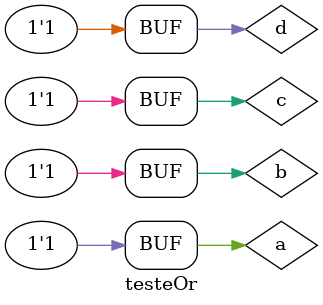
<source format=v>

module orgate (output s, input a, input b);
assign s = a|b;
endmodule

module orgate4(output s, input a, input b,input c,input d);
wire aux,aux2;
orgate a1(aux,a,b);
orgate a2(aux2,c,d);
assign s = aux | aux2;
endmodule

module testeOr;

wire s;
reg a, b, c, d;

orgate4 O1 (s,a,b,c,d);

initial begin:start

a=0;
b=0;
c=0;
d=0;

end

initial begin:main
$display("Exercicio 010 - Rafael Guimaraes de Sousa - 451607");
$display("Test or:");
$monitor("%d\t%b or %b or %b or %b = %b", $time, a, b,c,d, s);
#1 a=0;b=0;c=0;d=1;
#1 a=0;b=0;c=1;d=0;
#1 a=0;b=0;c=1;d=1;
#1 a=0;b=1;c=0;d=0;
#1 a=0;b=1;c=0;d=1;
#1 a=0;b=1;c=1;d=0;
#1 a=0;b=1;c=1;d=1;
#1 a=1;b=0;c=0;d=0;
#1 a=1;b=0;c=0;d=1;
#1 a=1;b=0;c=1;d=0;
#1 a=1;b=0;c=1;d=1;
#1 a=1;b=1;c=0;d=0;
#1 a=1;b=1;c=0;d=1;
#1 a=1;b=1;c=1;d=0;
#1 a=1;b=1;c=1;d=1;
end
endmodule
</source>
